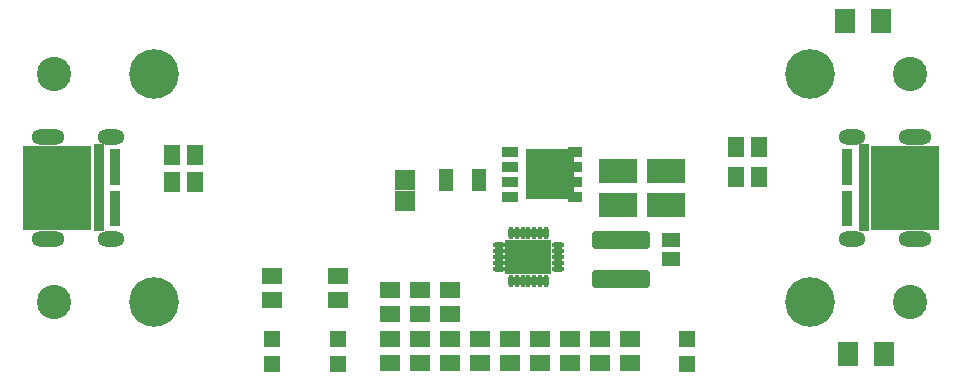
<source format=gbr>
%TF.GenerationSoftware,Altium Limited,CircuitMaker,2.0.2 (2.0.2.40)*%
G04 Layer_Color=20142*
%FSLAX25Y25*%
%MOIN*%
%TF.SameCoordinates,4CCF3E00-E941-4990-BDAE-273065C54DFB*%
%TF.FilePolarity,Negative*%
%TF.FileFunction,Soldermask,Top*%
%TF.Part,Single*%
G01*
G75*
%TA.AperFunction,ComponentPad*%
%ADD52C,0.16548*%
%ADD53C,0.11430*%
%ADD54O,0.11036X0.05131*%
%ADD55O,0.09068X0.05131*%
%TA.AperFunction,ViaPad*%
%ADD56C,0.02768*%
%TA.AperFunction,NonConductor*%
%ADD57R,0.16300X0.16800*%
%TA.AperFunction,SMDPad,CuDef*%
%ADD58R,0.06902X0.06706*%
%ADD59O,0.01784X0.04147*%
%ADD60O,0.04147X0.01784*%
%ADD61R,0.15170X0.11233*%
%ADD62R,0.06509X0.05524*%
G04:AMPARAMS|DCode=63|XSize=59.18mil|YSize=193.04mil|CornerRadius=9.12mil|HoleSize=0mil|Usage=FLASHONLY|Rotation=90.000|XOffset=0mil|YOffset=0mil|HoleType=Round|Shape=RoundedRectangle|*
%AMROUNDEDRECTD63*
21,1,0.05918,0.17480,0,0,90.0*
21,1,0.04095,0.19304,0,0,90.0*
1,1,0.01824,0.08740,0.02047*
1,1,0.01824,0.08740,-0.02047*
1,1,0.01824,-0.08740,-0.02047*
1,1,0.01824,-0.08740,0.02047*
%
%ADD63ROUNDEDRECTD63*%
%ADD64R,0.12611X0.08083*%
%ADD65R,0.05524X0.05524*%
%ADD66R,0.04540X0.07493*%
%ADD67R,0.04800X0.03200*%
%ADD68R,0.05800X0.03200*%
G04:AMPARAMS|DCode=69|XSize=63.12mil|YSize=47.37mil|CornerRadius=7.94mil|HoleSize=0mil|Usage=FLASHONLY|Rotation=180.000|XOffset=0mil|YOffset=0mil|HoleType=Round|Shape=RoundedRectangle|*
%AMROUNDEDRECTD69*
21,1,0.06312,0.03150,0,0,180.0*
21,1,0.04724,0.04737,0,0,180.0*
1,1,0.01587,-0.02362,0.01575*
1,1,0.01587,0.02362,0.01575*
1,1,0.01587,0.02362,-0.01575*
1,1,0.01587,-0.02362,-0.01575*
%
%ADD69ROUNDEDRECTD69*%
%ADD70R,0.06706X0.08280*%
%TA.AperFunction,ConnectorPad*%
%ADD71R,0.23044X0.28359*%
%ADD72R,0.03792X0.01981*%
%ADD73R,0.03556X0.01981*%
%ADD74R,0.03556X0.04737*%
%TA.AperFunction,SMDPad,CuDef*%
%ADD75R,0.05524X0.06509*%
D52*
X143512Y141008D02*
D03*
Y216992D02*
D03*
X362488Y141008D02*
D03*
Y216992D02*
D03*
D53*
X395717Y141008D02*
D03*
X110284D02*
D03*
Y216992D02*
D03*
X395717D02*
D03*
D54*
X397299Y196008D02*
D03*
Y161992D02*
D03*
X108201Y161992D02*
D03*
Y196008D02*
D03*
D55*
X376197Y196008D02*
D03*
Y161992D02*
D03*
X129303Y161992D02*
D03*
Y196008D02*
D03*
D56*
X272831Y158000D02*
D03*
Y153669D02*
D03*
X268500Y158000D02*
D03*
Y153669D02*
D03*
X264169Y158000D02*
D03*
Y153669D02*
D03*
D57*
X275750Y183500D02*
D03*
D58*
X227500Y181543D02*
D03*
Y174457D02*
D03*
D59*
X274406Y163807D02*
D03*
X272437D02*
D03*
X270468D02*
D03*
X268500D02*
D03*
X266531D02*
D03*
X264563D02*
D03*
X262595D02*
D03*
Y147862D02*
D03*
X264563D02*
D03*
X266531D02*
D03*
X268500D02*
D03*
X270468D02*
D03*
X272437D02*
D03*
X274406D02*
D03*
D60*
X258559Y159772D02*
D03*
Y157803D02*
D03*
Y155835D02*
D03*
Y153866D02*
D03*
Y151898D02*
D03*
X278441D02*
D03*
Y153866D02*
D03*
Y155835D02*
D03*
Y157803D02*
D03*
Y159772D02*
D03*
D61*
X268500Y155835D02*
D03*
D62*
X222500Y128437D02*
D03*
Y120563D02*
D03*
X232500Y128437D02*
D03*
Y120563D02*
D03*
X242500Y128437D02*
D03*
Y120563D02*
D03*
Y144937D02*
D03*
Y137063D02*
D03*
X232500Y144937D02*
D03*
Y137063D02*
D03*
X222500Y144937D02*
D03*
Y137063D02*
D03*
X205000Y149437D02*
D03*
Y141563D02*
D03*
X183000Y149437D02*
D03*
Y141563D02*
D03*
X302500Y128437D02*
D03*
Y120563D02*
D03*
X252500D02*
D03*
Y128437D02*
D03*
X262500Y120563D02*
D03*
Y128437D02*
D03*
X282500D02*
D03*
Y120563D02*
D03*
X272500D02*
D03*
Y128437D02*
D03*
X292500Y120563D02*
D03*
Y128437D02*
D03*
D63*
X299500Y148504D02*
D03*
Y161496D02*
D03*
D64*
X298500Y184610D02*
D03*
Y173390D02*
D03*
X314500Y184610D02*
D03*
Y173390D02*
D03*
D65*
X205000Y120366D02*
D03*
Y128634D02*
D03*
X183000Y120366D02*
D03*
Y128634D02*
D03*
X321500Y120366D02*
D03*
Y128634D02*
D03*
D66*
X241087Y181500D02*
D03*
X251913D02*
D03*
D67*
X284000Y191000D02*
D03*
Y186000D02*
D03*
Y181000D02*
D03*
Y176000D02*
D03*
D68*
X262500D02*
D03*
Y181000D02*
D03*
Y186000D02*
D03*
Y191000D02*
D03*
D69*
X316000Y155350D02*
D03*
Y161650D02*
D03*
D70*
X375095Y123500D02*
D03*
X386906D02*
D03*
X374095Y234500D02*
D03*
X385906D02*
D03*
D71*
X393992Y179000D02*
D03*
X111508Y179000D02*
D03*
D72*
X374701Y167189D02*
D03*
Y169158D02*
D03*
Y171126D02*
D03*
Y173094D02*
D03*
Y175063D02*
D03*
Y177032D02*
D03*
Y180968D02*
D03*
Y182937D02*
D03*
Y184906D02*
D03*
Y186874D02*
D03*
Y188842D02*
D03*
Y190811D02*
D03*
X130799Y190811D02*
D03*
Y188842D02*
D03*
Y186874D02*
D03*
Y184906D02*
D03*
Y182937D02*
D03*
Y180968D02*
D03*
Y177032D02*
D03*
Y175063D02*
D03*
Y173094D02*
D03*
Y171126D02*
D03*
Y169158D02*
D03*
Y167189D02*
D03*
D73*
X380213Y178016D02*
D03*
Y179984D02*
D03*
Y181953D02*
D03*
Y183921D02*
D03*
Y176047D02*
D03*
Y174079D02*
D03*
Y170142D02*
D03*
Y172110D02*
D03*
Y185890D02*
D03*
Y187858D02*
D03*
X125287Y179984D02*
D03*
Y178016D02*
D03*
Y176047D02*
D03*
Y174079D02*
D03*
Y181953D02*
D03*
Y183921D02*
D03*
Y187858D02*
D03*
Y185890D02*
D03*
Y172110D02*
D03*
Y170142D02*
D03*
D74*
X380213Y166795D02*
D03*
Y191205D02*
D03*
X125287Y191205D02*
D03*
Y166795D02*
D03*
D75*
X345437Y182500D02*
D03*
X337563D02*
D03*
X345437Y192500D02*
D03*
X337563D02*
D03*
X157437Y181000D02*
D03*
X149563D02*
D03*
X157437Y190000D02*
D03*
X149563D02*
D03*
%TF.MD5,85dee57e97a3469028be0f098241724b*%
M02*

</source>
